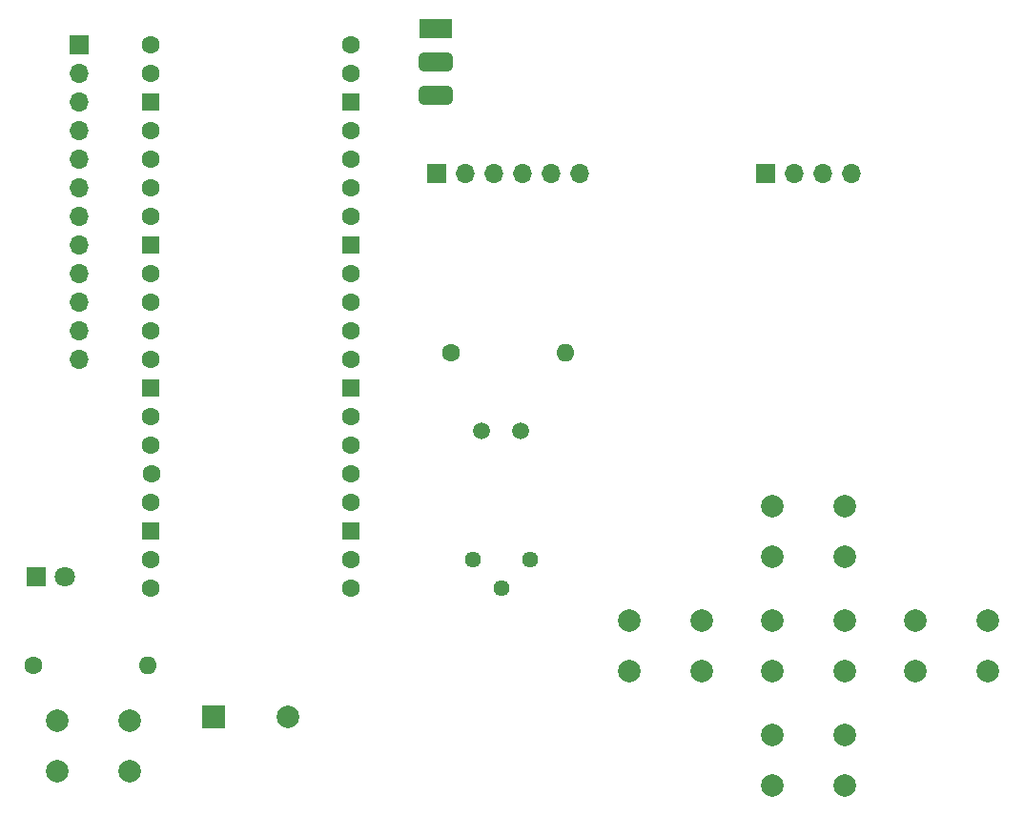
<source format=gbr>
%TF.GenerationSoftware,KiCad,Pcbnew,7.0.8*%
%TF.CreationDate,2023-12-13T08:54:22+01:00*%
%TF.ProjectId,MicroPython_DemoBoard,4d696372-6f50-4797-9468-6f6e5f44656d,rev?*%
%TF.SameCoordinates,Original*%
%TF.FileFunction,Soldermask,Top*%
%TF.FilePolarity,Negative*%
%FSLAX46Y46*%
G04 Gerber Fmt 4.6, Leading zero omitted, Abs format (unit mm)*
G04 Created by KiCad (PCBNEW 7.0.8) date 2023-12-13 08:54:22*
%MOMM*%
%LPD*%
G01*
G04 APERTURE LIST*
G04 Aperture macros list*
%AMRoundRect*
0 Rectangle with rounded corners*
0 $1 Rounding radius*
0 $2 $3 $4 $5 $6 $7 $8 $9 X,Y pos of 4 corners*
0 Add a 4 corners polygon primitive as box body*
4,1,4,$2,$3,$4,$5,$6,$7,$8,$9,$2,$3,0*
0 Add four circle primitives for the rounded corners*
1,1,$1+$1,$2,$3*
1,1,$1+$1,$4,$5*
1,1,$1+$1,$6,$7*
1,1,$1+$1,$8,$9*
0 Add four rect primitives between the rounded corners*
20,1,$1+$1,$2,$3,$4,$5,0*
20,1,$1+$1,$4,$5,$6,$7,0*
20,1,$1+$1,$6,$7,$8,$9,0*
20,1,$1+$1,$8,$9,$2,$3,0*%
G04 Aperture macros list end*
%ADD10C,2.000000*%
%ADD11R,1.700000X1.700000*%
%ADD12O,1.700000X1.700000*%
%ADD13C,1.440000*%
%ADD14C,1.600000*%
%ADD15O,1.600000X1.600000*%
%ADD16C,1.500000*%
%ADD17R,2.000000X2.000000*%
%ADD18R,1.800000X1.800000*%
%ADD19C,1.800000*%
%ADD20RoundRect,0.200000X-0.600000X-0.600000X0.600000X-0.600000X0.600000X0.600000X-0.600000X0.600000X0*%
%ADD21R,3.000000X1.700000*%
%ADD22RoundRect,0.425000X-1.075000X-0.425000X1.075000X-0.425000X1.075000X0.425000X-1.075000X0.425000X0*%
G04 APERTURE END LIST*
D10*
%TO.C,SW3*%
X146610000Y-133640000D03*
X153110000Y-133640000D03*
X146610000Y-138140000D03*
X153110000Y-138140000D03*
%TD*%
D11*
%TO.C,J3*%
X146050000Y-93980000D03*
D12*
X148590000Y-93980000D03*
X151130000Y-93980000D03*
X153670000Y-93980000D03*
%TD*%
D10*
%TO.C,SW6*%
X89610000Y-147030000D03*
X83110000Y-147030000D03*
X89610000Y-142530000D03*
X83110000Y-142530000D03*
%TD*%
%TO.C,SW1*%
X133910000Y-133640000D03*
X140410000Y-133640000D03*
X133910000Y-138140000D03*
X140410000Y-138140000D03*
%TD*%
D13*
%TO.C,RV1*%
X120015000Y-128270000D03*
X122555000Y-130810000D03*
X125095000Y-128270000D03*
%TD*%
D14*
%TO.C,R2*%
X118110000Y-109855000D03*
D15*
X128270000Y-109855000D03*
%TD*%
D16*
%TO.C,R1*%
X124255000Y-116840000D03*
X120855000Y-116840000D03*
%TD*%
D10*
%TO.C,SW5*%
X159310000Y-133640000D03*
X165810000Y-133640000D03*
X159310000Y-138140000D03*
X165810000Y-138140000D03*
%TD*%
D17*
%TO.C,BZ1*%
X97030000Y-142240000D03*
D10*
X103630000Y-142240000D03*
%TD*%
D18*
%TO.C,D1*%
X81275000Y-129794000D03*
D19*
X83815000Y-129794000D03*
%TD*%
D10*
%TO.C,SW4*%
X146610000Y-143800000D03*
X153110000Y-143800000D03*
X146610000Y-148300000D03*
X153110000Y-148300000D03*
%TD*%
D11*
%TO.C,J2*%
X116865000Y-93955000D03*
D12*
X119405000Y-93955000D03*
X121945000Y-93955000D03*
X124485000Y-93955000D03*
X127025000Y-93955000D03*
X129565000Y-93955000D03*
%TD*%
D11*
%TO.C,J4*%
X85090000Y-82550000D03*
D12*
X85090000Y-85090000D03*
X85090000Y-87630000D03*
X85090000Y-90170000D03*
X85090000Y-92710000D03*
X85090000Y-95250000D03*
X85090000Y-97790000D03*
X85090000Y-100330000D03*
X85090000Y-102870000D03*
X85090000Y-105410000D03*
X85090000Y-107950000D03*
X85090000Y-110490000D03*
%TD*%
D14*
%TO.C,A1*%
X91440000Y-82550000D03*
X91440000Y-85090000D03*
D20*
X91440000Y-87630000D03*
D14*
X91440000Y-90170000D03*
X91440000Y-92710000D03*
X91440000Y-95250000D03*
X91440000Y-97790000D03*
D20*
X91440000Y-100330000D03*
D14*
X91440000Y-102870000D03*
X91440000Y-105410000D03*
X91440000Y-107950000D03*
X91440000Y-110490000D03*
D20*
X91440000Y-113030000D03*
D14*
X91440000Y-115570000D03*
X91440000Y-118110000D03*
X91481881Y-120650000D03*
X91440000Y-123190000D03*
D20*
X91440000Y-125730000D03*
D14*
X91440000Y-128270000D03*
X91440000Y-130810000D03*
X109220000Y-130810000D03*
X109220000Y-128270000D03*
D20*
X109220000Y-125730000D03*
D14*
X109220000Y-123190000D03*
X109220000Y-120650000D03*
X109220000Y-118110000D03*
X109220000Y-115570000D03*
D20*
X109220000Y-113030000D03*
D14*
X109220000Y-110490000D03*
X109220000Y-107950000D03*
X109220000Y-105410000D03*
X109220000Y-102870000D03*
D20*
X109220000Y-100330000D03*
D14*
X109220000Y-97790000D03*
X109220000Y-95250000D03*
X109220000Y-92710000D03*
X109220000Y-90170000D03*
D20*
X109220000Y-87630000D03*
D14*
X109220000Y-85090000D03*
X109220000Y-82550000D03*
%TD*%
D21*
%TO.C,J1*%
X116713000Y-81100000D03*
D22*
X116713000Y-84074000D03*
X116713000Y-87000000D03*
%TD*%
D14*
%TO.C,R3*%
X81026000Y-137668000D03*
D15*
X91186000Y-137668000D03*
%TD*%
D10*
%TO.C,SW2*%
X146610000Y-123480000D03*
X153110000Y-123480000D03*
X146610000Y-127980000D03*
X153110000Y-127980000D03*
%TD*%
M02*

</source>
